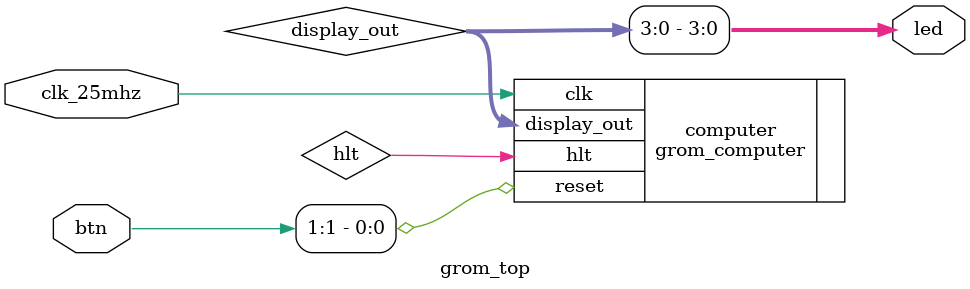
<source format=v>
module grom_top(
  input  clk_25mhz,
  output [3:0] led,
  input [6:0] btn
);

  wire [7:0] display_out;
  wire hlt;

  grom_computer computer(.clk(clk_25mhz),.reset(btn[1]),.hlt(hlt),.display_out(display_out));

  assign led = display_out;
endmodule

</source>
